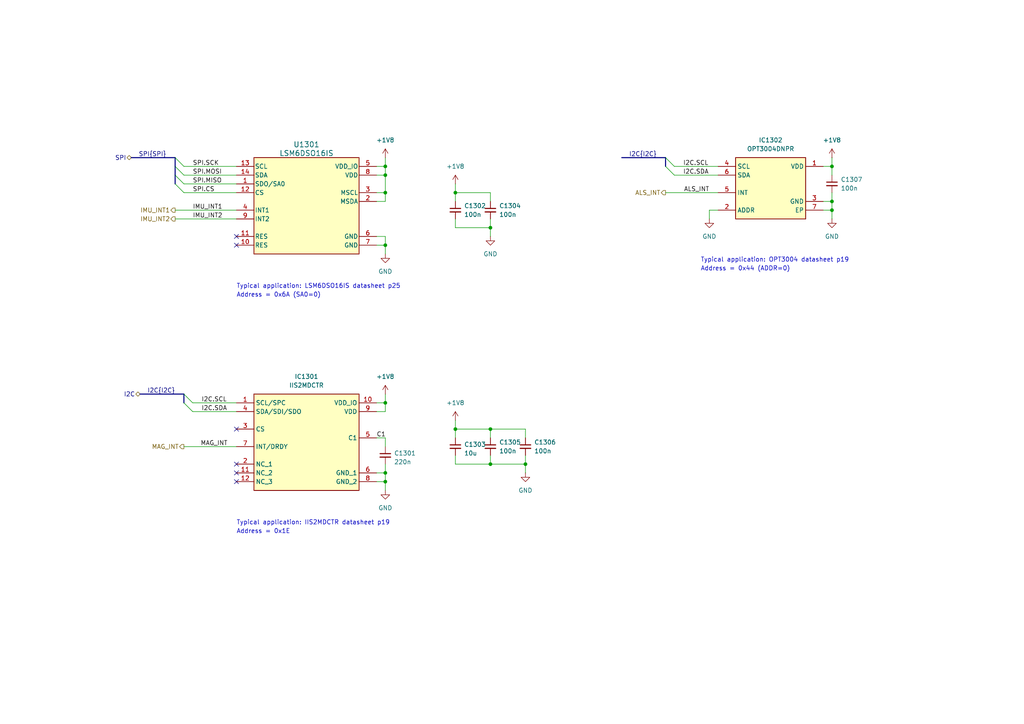
<source format=kicad_sch>
(kicad_sch (version 20231120) (generator "eeschema") (generator_version "8.0")
  (paper "A4")
  (title_block (title "Watch Sensors") (rev "2"))
  (lib_symbols
    (symbol "Device:C_Small" (pin_numbers hide) (pin_names (offset 0.254) hide)
      (property "Reference" "C" (at 0.254 1.778 0))
      (property "Value" "C_Small" (at 0.254 -2.032 0))
      (symbol "C_Small_0_1"
        (polyline (pts (xy -1.524 -0.508) (xy 1.524 -0.508)) (stroke (width 0.3302)))
        (polyline (pts (xy -1.524 0.508) (xy 1.524 0.508)) (stroke (width 0.3048)))
      )
      (symbol "C_Small_1_1"
        (pin passive line (at 0 2.54 270) (length 2.032) (name "~") (number "1"))
        (pin passive line (at 0 -2.54 90) (length 2.032) (name "~") (number "2"))
      )
    )
    (symbol "IIS2MDCTR:IIS2MDCTR"
      (property "Reference" "U" (at 0 17.78 0))
      (property "Value" "IIS2MDCTR" (at 0 15.24 0))
      (symbol "IIS2MDCTR_1_1"
        (rectangle (start -15.24 12.7) (end 15.24 -15.24) (stroke (width 0.254)) (fill (type background)))
        (pin passive line (at -20.32 10.16 0) (length 5.08) (name "SCL/SPC") (number "1"))
        (pin passive line (at 20.32 10.16 180) (length 5.08) (name "VDD_IO") (number "10"))
        (pin passive line (at -20.32 -10.16 0) (length 5.08) (name "NC_2") (number "11"))
        (pin passive line (at -20.32 -12.7 0) (length 5.08) (name "NC_3") (number "12"))
        (pin passive line (at -20.32 -7.62 0) (length 5.08) (name "NC_1") (number "2"))
        (pin passive line (at -20.32 2.54 0) (length 5.08) (name "CS") (number "3"))
        (pin passive line (at -20.32 7.62 0) (length 5.08) (name "SDA/SDI/SDO") (number "4"))
        (pin passive line (at 20.32 0 180) (length 5.08) (name "C1") (number "5"))
        (pin passive line (at 20.32 -10.16 180) (length 5.08) (name "GND_1") (number "6"))
        (pin passive line (at -20.32 -2.54 0) (length 5.08) (name "INT/DRDY") (number "7"))
        (pin passive line (at 20.32 -12.7 180) (length 5.08) (name "GND_2") (number "8"))
        (pin passive line (at 20.32 7.62 180) (length 5.08) (name "VDD") (number "9"))
      )
    )
    (symbol "LSM6DSO16IS:LSM6DSO16IS" (pin_names (offset 0.254))
      (property "Reference" "U" (at 22.86 10.16 0))
      (property "Value" "LSM6DSO16IS" (at 22.86 7.62 0))
      (symbol "LSM6DSO16IS_0_1"
        (pin unspecified line (at 2.54 -2.54 0) (length 5.08) (name "SDO/SA0") (number "1"))
        (pin unspecified line (at 2.54 -20.32 0) (length 5.08) (name "RES") (number "10"))
        (pin unspecified line (at 2.54 -17.78 0) (length 5.08) (name "RES") (number "11"))
        (pin unspecified line (at 2.54 -5.08 0) (length 5.08) (name "CS") (number "12"))
        (pin unspecified line (at 2.54 2.54 0) (length 5.08) (name "SCL") (number "13"))
        (pin unspecified line (at 2.54 0 0) (length 5.08) (name "SDA") (number "14"))
        (pin unspecified line (at 43.18 -7.62 180) (length 5.08) (name "MSDA") (number "2"))
        (pin unspecified line (at 43.18 -5.08 180) (length 5.08) (name "MSCL") (number "3"))
        (pin input line (at 2.54 -10.16 0) (length 5.08) (name "INT1") (number "4"))
        (pin power_in line (at 43.18 2.54 180) (length 5.08) (name "VDD_IO") (number "5"))
        (pin power_out line (at 43.18 -17.78 180) (length 5.08) (name "GND") (number "6"))
        (pin power_out line (at 43.18 -20.32 180) (length 5.08) (name "GND") (number "7"))
        (pin power_in line (at 43.18 0 180) (length 5.08) (name "VDD") (number "8"))
        (pin input line (at 2.54 -12.7 0) (length 5.08) (name "INT2") (number "9"))
      )
      (symbol "LSM6DSO16IS_1_1"
        (rectangle (start 7.62 5.08) (end 38.1 -22.86) (stroke (width 0.254)) (fill (type background)))
      )
    )
    (symbol "OPT3004DNPR:OPT3004DNPR"
      (property "Reference" "U" (at 0 12.7 0))
      (property "Value" "OPT3004DNPR" (at 0 10.16 0))
      (symbol "OPT3004DNPR_1_1"
        (rectangle (start -10.16 7.62) (end 10.16 -10.16) (stroke (width 0.254)) (fill (type background)))
        (pin passive line (at 15.24 5.08 180) (length 5.08) (name "VDD") (number "1"))
        (pin passive line (at -15.24 -7.62 0) (length 5.08) (name "ADDR") (number "2"))
        (pin passive line (at 15.24 -5.08 180) (length 5.08) (name "GND") (number "3"))
        (pin passive line (at -15.24 5.08 0) (length 5.08) (name "SCL") (number "4"))
        (pin passive line (at -15.24 -2.54 0) (length 5.08) (name "INT") (number "5"))
        (pin passive line (at -15.24 2.54 0) (length 5.08) (name "SDA") (number "6"))
        (pin passive line (at 15.24 -7.62 180) (length 5.08) (name "EP") (number "7"))
      )
    )
    (symbol "power:+1V8" (power) (pin_numbers hide) (pin_names (offset 0) hide)
      (property "Value" "+1V8" (at 0 3.556 0))
      (symbol "+1V8_0_1"
        (polyline (pts (xy -0.762 1.27) (xy 0 2.54)))
        (polyline (pts (xy 0 0) (xy 0 2.54)))
        (polyline (pts (xy 0 2.54) (xy 0.762 1.27)))
      )
      (symbol "+1V8_1_1"
        (pin power_in line (at 0 0 90) (length 0) (name "~") (number "1"))
      )
    )
    (symbol "power:GND" (power) (pin_numbers hide) (pin_names (offset 0) hide)
      (property "Value" "GND" (at 0 -3.81 0))
      (symbol "GND_0_1"
        (polyline (pts (xy 0 0) (xy 0 -1.27) (xy 1.27 -1.27) (xy 0 -2.54) (xy -1.27 -1.27) (xy 0 -1.27)))
      )
      (symbol "GND_1_1"
        (pin power_in line (at 0 0 270) (length 0) (name "~") (number "1"))
      )
    )
  )
  (junction (at 111.76 50.8))
  (junction (at 241.3 60.96))
  (junction (at 152.4 134.62))
  (junction (at 132.08 55.88))
  (junction (at 241.3 58.42))
  (junction (at 132.08 124.46))
  (junction (at 111.76 137.16))
  (junction (at 111.76 71.12))
  (junction (at 142.24 124.46))
  (junction (at 111.76 48.26))
  (junction (at 142.24 66.04))
  (junction (at 241.3 48.26))
  (junction (at 111.76 116.84))
  (junction (at 111.76 55.88))
  (junction (at 111.76 139.7))
  (junction (at 142.24 134.62))
  (no_connect (at 68.58 124.46))
  (no_connect (at 68.58 134.62))
  (no_connect (at 68.58 137.16))
  (no_connect (at 68.58 139.7))
  (no_connect (at 68.58 68.58))
  (no_connect (at 68.58 71.12))
  (bus_entry (at 193.04 45.72) (size 2.54 2.54))
  (bus_entry (at 50.8 45.72) (size 2.54 2.54))
  (bus_entry (at 50.8 50.8) (size 2.54 2.54))
  (bus_entry (at 53.34 116.84) (size 2.54 2.54))
  (bus_entry (at 50.8 48.26) (size 2.54 2.54))
  (bus_entry (at 50.8 53.34) (size 2.54 2.54))
  (bus_entry (at 193.04 48.26) (size 2.54 2.54))
  (bus_entry (at 53.34 114.3) (size 2.54 2.54))
  (bus (pts (xy 193.04 45.72) (xy 193.04 48.26)))
  (wire (pts (xy 193.04 55.88) (xy 208.28 55.88)))
  (wire (pts (xy 111.76 129.54) (xy 111.76 127)))
  (wire (pts (xy 132.08 58.42) (xy 132.08 55.88)))
  (wire (pts (xy 111.76 48.26) (xy 111.76 50.8)))
  (wire (pts (xy 111.76 73.66) (xy 111.76 71.12)))
  (wire (pts (xy 238.76 48.26) (xy 241.3 48.26)))
  (wire (pts (xy 241.3 55.88) (xy 241.3 58.42)))
  (wire (pts (xy 111.76 119.38) (xy 109.22 119.38)))
  (wire (pts (xy 111.76 68.58) (xy 109.22 68.58)))
  (wire (pts (xy 241.3 58.42) (xy 241.3 60.96)))
  (wire (pts (xy 142.24 127) (xy 142.24 124.46)))
  (wire (pts (xy 111.76 71.12) (xy 111.76 68.58)))
  (wire (pts (xy 111.76 116.84) (xy 111.76 119.38)))
  (wire (pts (xy 132.08 53.34) (xy 132.08 55.88)))
  (wire (pts (xy 142.24 124.46) (xy 152.4 124.46)))
  (wire (pts (xy 111.76 137.16) (xy 109.22 137.16)))
  (wire (pts (xy 152.4 132.08) (xy 152.4 134.62)))
  (wire (pts (xy 132.08 127) (xy 132.08 124.46)))
  (wire (pts (xy 195.58 48.26) (xy 208.28 48.26)))
  (wire (pts (xy 241.3 48.26) (xy 241.3 50.8)))
  (bus (pts (xy 50.8 45.72) (xy 50.8 48.26)))
  (wire (pts (xy 111.76 55.88) (xy 109.22 55.88)))
  (bus (pts (xy 53.34 114.3) (xy 53.34 116.84)))
  (bus (pts (xy 38.1 45.72) (xy 50.8 45.72)))
  (wire (pts (xy 50.8 63.5) (xy 68.58 63.5)))
  (wire (pts (xy 53.34 53.34) (xy 68.58 53.34)))
  (wire (pts (xy 111.76 50.8) (xy 111.76 55.88)))
  (wire (pts (xy 109.22 48.26) (xy 111.76 48.26)))
  (wire (pts (xy 53.34 129.54) (xy 68.58 129.54)))
  (wire (pts (xy 111.76 55.88) (xy 111.76 58.42)))
  (wire (pts (xy 111.76 114.3) (xy 111.76 116.84)))
  (wire (pts (xy 142.24 132.08) (xy 142.24 134.62)))
  (wire (pts (xy 142.24 66.04) (xy 132.08 66.04)))
  (wire (pts (xy 205.74 63.5) (xy 205.74 60.96)))
  (wire (pts (xy 142.24 68.58) (xy 142.24 66.04)))
  (wire (pts (xy 55.88 116.84) (xy 68.58 116.84)))
  (wire (pts (xy 50.8 60.96) (xy 68.58 60.96)))
  (bus (pts (xy 40.64 114.3) (xy 53.34 114.3)))
  (wire (pts (xy 142.24 55.88) (xy 132.08 55.88)))
  (bus (pts (xy 50.8 50.8) (xy 50.8 53.34)))
  (wire (pts (xy 111.76 45.72) (xy 111.76 48.26)))
  (wire (pts (xy 53.34 50.8) (xy 68.58 50.8)))
  (wire (pts (xy 142.24 134.62) (xy 132.08 134.62)))
  (wire (pts (xy 111.76 134.62) (xy 111.76 137.16)))
  (wire (pts (xy 111.76 58.42) (xy 109.22 58.42)))
  (wire (pts (xy 111.76 139.7) (xy 111.76 137.16)))
  (wire (pts (xy 238.76 58.42) (xy 241.3 58.42)))
  (wire (pts (xy 238.76 60.96) (xy 241.3 60.96)))
  (wire (pts (xy 111.76 50.8) (xy 109.22 50.8)))
  (wire (pts (xy 142.24 63.5) (xy 142.24 66.04)))
  (wire (pts (xy 55.88 119.38) (xy 68.58 119.38)))
  (wire (pts (xy 152.4 137.16) (xy 152.4 134.62)))
  (wire (pts (xy 109.22 116.84) (xy 111.76 116.84)))
  (wire (pts (xy 195.58 50.8) (xy 208.28 50.8)))
  (bus (pts (xy 180.34 45.72) (xy 193.04 45.72)))
  (wire (pts (xy 111.76 127) (xy 109.22 127)))
  (wire (pts (xy 53.34 55.88) (xy 68.58 55.88)))
  (bus (pts (xy 50.8 48.26) (xy 50.8 50.8)))
  (wire (pts (xy 142.24 124.46) (xy 132.08 124.46)))
  (wire (pts (xy 142.24 58.42) (xy 142.24 55.88)))
  (wire (pts (xy 111.76 142.24) (xy 111.76 139.7)))
  (wire (pts (xy 241.3 48.26) (xy 241.3 45.72)))
  (wire (pts (xy 132.08 66.04) (xy 132.08 63.5)))
  (wire (pts (xy 152.4 134.62) (xy 142.24 134.62)))
  (wire (pts (xy 109.22 139.7) (xy 111.76 139.7)))
  (wire (pts (xy 132.08 121.92) (xy 132.08 124.46)))
  (wire (pts (xy 132.08 134.62) (xy 132.08 132.08)))
  (wire (pts (xy 205.74 60.96) (xy 208.28 60.96)))
  (wire (pts (xy 241.3 63.5) (xy 241.3 60.96)))
  (wire (pts (xy 152.4 127) (xy 152.4 124.46)))
  (wire (pts (xy 109.22 71.12) (xy 111.76 71.12)))
  (wire (pts (xy 53.34 48.26) (xy 68.58 48.26)))
  (text "Address = 0x1E" (at 68.58 154.94 0) (effects (font (size 1.27 1.27)) (justify left bottom)))
  (text "Address = 0x6A (SA0=0)" (at 68.58 86.36 0) (effects (font (size 1.27 1.27)) (justify left bottom)))
  (text "Address = 0x44 (ADDR=0)" (at 203.2 78.74 0) (effects (font (size 1.27 1.27)) (justify left bottom)))
  (text "Typical application: LSM6DSO16IS datasheet p25" (at 68.58 83.82 0) (effects (font (size 1.27 1.27)) (justify left bottom)))
  (text "Typical application: IIS2MDCTR datasheet p19" (at 68.58 152.4 0) (effects (font (size 1.27 1.27)) (justify left bottom)))
  (text "Typical application: OPT3004 datasheet p19" (at 203.2 76.2 0) (effects (font (size 1.27 1.27)) (justify left bottom)))
  (label "SPI.SCK" (at 55.88 48.26 0))
  (label "SPI.CS" (at 55.88 55.88 0))
  (label "IMU_INT2" (at 55.88 63.5 0))
  (label "ALS_INT" (at 205.74 55.88 180))
  (label "I2C{I2C}" (at 190.5 45.72 180))
  (label "I2C.SCL" (at 198.12 48.26 0))
  (label "I2C{I2C}" (at 50.8 114.3 180))
  (label "I2C.SDA" (at 58.42 119.38 0))
  (label "SPI.MISO" (at 55.88 53.34 0))
  (label "I2C.SCL" (at 58.42 116.84 0))
  (label "SPI.MOSI" (at 55.88 50.8 0))
  (label "IMU_INT1" (at 55.88 60.96 0))
  (label "I2C.SDA" (at 198.12 50.8 0))
  (label "SPI{SPI}" (at 48.26 45.72 180))
  (label "C1" (at 109.22 127 0))
  (label "MAG_INT" (at 66.04 129.54 180))
  (hierarchical_label "IMU_INT1" (shape output) (at 50.8 60.96 180))
  (hierarchical_label "SPI" (shape bidirectional) (at 38.1 45.72 180) (property "DSI" "DSI" (effects (hide yes))))
  (hierarchical_label "MAG_INT" (shape output) (at 53.34 129.54 180))
  (hierarchical_label "ALS_INT" (shape output) (at 193.04 55.88 180))
  (hierarchical_label "I2C" (shape bidirectional) (at 40.64 114.3 180) (property "DSI" "DSI" (effects (hide yes))))
  (hierarchical_label "IMU_INT2" (shape output) (at 50.8 63.5 180))
  (symbol (lib_id "power:GND") (at 205.74 63.5 0) (unit 1)
    (property "Reference" "#PWR01309" (effects (hide yes)))
    (property "Value" "GND" (at 205.74 68.58 0))
    (property "Description" "Power symbol creates a global label with name \"GND\" , ground" (effects (hide yes)))
  )
  (symbol (lib_id "Device:C_Small") (at 142.24 60.96 0) (unit 1)
    (property "Reference" "C1304" (at 144.78 59.6963 0) (effects (justify left)))
    (property "Value" "100n" (at 144.78 62.2363 0) (effects (justify left)))
    (property "Footprint" "Capacitor_SMD:C_0402_1005Metric" (effects (hide yes)))
    (property "Description" "Unpolarized capacitor, small symbol" (effects (hide yes)))
  )
  (symbol (lib_id "Device:C_Small") (at 152.4 129.54 0) (unit 1)
    (property "Reference" "C1306" (at 154.94 128.2763 0) (effects (justify left)))
    (property "Value" "100n" (at 154.94 130.8163 0) (effects (justify left)))
    (property "Footprint" "Capacitor_SMD:C_0402_1005Metric" (effects (hide yes)))
    (property "Description" "Unpolarized capacitor, small symbol" (effects (hide yes)))
  )
  (symbol (lib_id "Device:C_Small") (at 111.76 132.08 0) (unit 1)
    (property "Reference" "C1301" (at 114.3 131.4513 0) (effects (justify left)))
    (property "Value" "220n" (at 114.3 133.9913 0) (effects (justify left)))
    (property "Footprint" "Capacitor_SMD:C_0402_1005Metric" (effects (hide yes)))
    (property "Description" "Unpolarized capacitor, small symbol" (effects (hide yes)))
  )
  (symbol (lib_id "power:+1V8") (at 132.08 53.34 0) (unit 1)
    (property "Reference" "#PWR01305" (effects (hide yes)))
    (property "Value" "+1V8" (at 132.08 48.26 0))
    (property "Description" "Power symbol creates a global label with name \"+1V8\"" (effects (hide yes)))
  )
  (symbol (lib_id "power:GND") (at 241.3 63.5 0) (unit 1)
    (property "Reference" "#PWR01311" (effects (hide yes)))
    (property "Value" "GND" (at 241.3 68.58 0))
    (property "Description" "Power symbol creates a global label with name \"GND\" , ground" (effects (hide yes)))
  )
  (symbol (lib_id "power:+1V8") (at 132.08 121.92 0) (unit 1)
    (property "Reference" "#PWR01306" (effects (hide yes)))
    (property "Value" "+1V8" (at 132.08 116.84 0))
    (property "Description" "Power symbol creates a global label with name \"+1V8\"" (effects (hide yes)))
  )
  (symbol (lib_id "Device:C_Small") (at 132.08 60.96 0) (unit 1)
    (property "Reference" "C1302" (at 134.62 59.6963 0) (effects (justify left)))
    (property "Value" "100n" (at 134.62 62.2363 0) (effects (justify left)))
    (property "Footprint" "Capacitor_SMD:C_0402_1005Metric" (effects (hide yes)))
    (property "Description" "Unpolarized capacitor, small symbol" (effects (hide yes)))
  )
  (symbol (lib_id "Device:C_Small") (at 241.3 53.34 0) (unit 1)
    (property "Reference" "C1307" (at 243.84 52.0763 0) (effects (justify left)))
    (property "Value" "100n" (at 243.84 54.6163 0) (effects (justify left)))
    (property "Footprint" "Capacitor_SMD:C_0402_1005Metric" (effects (hide yes)))
    (property "Description" "Unpolarized capacitor, small symbol" (effects (hide yes)))
  )
  (symbol (lib_id "power:GND") (at 111.76 142.24 0) (unit 1)
    (property "Reference" "#PWR01304" (effects (hide yes)))
    (property "Value" "GND" (at 111.76 147.32 0))
    (property "Description" "Power symbol creates a global label with name \"GND\" , ground" (effects (hide yes)))
  )
  (symbol (lib_id "power:+1V8") (at 241.3 45.72 0) (unit 1)
    (property "Reference" "#PWR01310" (effects (hide yes)))
    (property "Value" "+1V8" (at 241.3 40.64 0))
    (property "Description" "Power symbol creates a global label with name \"+1V8\"" (effects (hide yes)))
  )
  (symbol (lib_id "power:GND") (at 152.4 137.16 0) (unit 1)
    (property "Reference" "#PWR01308" (effects (hide yes)))
    (property "Value" "GND" (at 152.4 142.24 0))
    (property "Description" "Power symbol creates a global label with name \"GND\" , ground" (effects (hide yes)))
  )
  (symbol (lib_id "power:+1V8") (at 111.76 45.72 0) (unit 1)
    (property "Reference" "#PWR01301" (effects (hide yes)))
    (property "Value" "+1V8" (at 111.76 40.64 0))
    (property "Description" "Power symbol creates a global label with name \"+1V8\"" (effects (hide yes)))
  )
  (symbol (lib_id "OPT3004DNPR:OPT3004DNPR") (at 223.52 53.34 0) (unit 1)
    (property "Reference" "IC1302" (at 223.52 40.64 0))
    (property "Value" "OPT3004DNPR" (at 223.52 43.18 0))
    (property "Footprint" "SON65P200X200X65-7N-D" (effects (hide yes)))
    (property "Datasheet" "http://www.ti.com/lit/ds/symlink/opt3004.pdf" (effects (hide yes)))
    (property "Description" "Digital ambient light sensor (ALS) with increased angular IR rejection" (effects (hide yes)))
    (property "Height" "0.65" (effects (hide yes)))
    (property "Mouser Part Number" "595-OPT3004DNPR" (effects (hide yes)))
    (property "Mouser Price/Stock" "https://www.mouser.co.uk/ProductDetail/Texas-Instruments/OPT3004DNPR?qs=l7cgNqFNU1jkBuP1vZFGkA%3D%3D" (effects (hide yes)))
    (property "Manufacturer_Name" "Texas Instruments" (effects (hide yes)))
    (property "Manufacturer_Part_Number" "OPT3004DNPR" (effects (hide yes)))
  )
  (symbol (lib_id "power:GND") (at 111.76 73.66 0) (unit 1)
    (property "Reference" "#PWR01302" (effects (hide yes)))
    (property "Value" "GND" (at 111.76 78.74 0))
    (property "Description" "Power symbol creates a global label with name \"GND\" , ground" (effects (hide yes)))
  )
  (symbol (lib_id "power:GND") (at 142.24 68.58 0) (unit 1)
    (property "Reference" "#PWR01307" (effects (hide yes)))
    (property "Value" "GND" (at 142.24 73.66 0))
    (property "Description" "Power symbol creates a global label with name \"GND\" , ground" (effects (hide yes)))
  )
  (symbol (lib_id "LSM6DSO16IS:LSM6DSO16IS") (at 66.04 50.8 0) (unit 1)
    (property "Reference" "U1301" (at 88.9 41.91 0) (effects (font (size 1.524 1.524))))
    (property "Value" "LSM6DSO16IS" (at 88.9 44.45 0) (effects (font (size 1.524 1.524))))
    (property "Footprint" "LGA14_LSM6_STM" (effects (hide yes)))
    (property "Datasheet" "https://www.mouser.co.uk/datasheet/2/389/lsm6dso16is-3000171.pdf" (effects (hide yes)))
  )
  (symbol (lib_id "IIS2MDCTR:IIS2MDCTR") (at 88.9 127 0) (unit 1)
    (property "Reference" "IC1301" (at 88.9 109.22 0))
    (property "Value" "IIS2MDCTR" (at 88.9 111.76 0))
    (property "Footprint" "watch_footprints:IIS2MDCTR" (effects (hide yes)))
    (property "Datasheet" "https://www.st.com/resource/en/datasheet/iis2mdc.pdf" (effects (hide yes)))
    (property "Description" "STMICROELECTRONICS - IIS2MDCTR - MEMS MODULE, 3-AXIS MAGNETOMETER, LGA-12" (effects (hide yes)))
    (property "Height" "0.7" (effects (hide yes)))
    (property "Mouser Part Number" "511-IIS2MDCTR" (effects (hide yes)))
    (property "Mouser Price/Stock" "https://www.mouser.co.uk/ProductDetail/STMicroelectronics/IIS2MDCTR?qs=1mbolxNpo8ems1K%2FRdQzXg%3D%3D" (effects (hide yes)))
    (property "Manufacturer_Name" "STMicroelectronics" (effects (hide yes)))
    (property "Manufacturer_Part_Number" "IIS2MDCTR" (effects (hide yes)))
  )
  (symbol (lib_id "Device:C_Small") (at 142.24 129.54 0) (unit 1)
    (property "Reference" "C1305" (at 144.78 128.2763 0) (effects (justify left)))
    (property "Value" "100n" (at 144.78 130.8163 0) (effects (justify left)))
    (property "Footprint" "Capacitor_SMD:C_0402_1005Metric" (effects (hide yes)))
    (property "Description" "Unpolarized capacitor, small symbol" (effects (hide yes)))
  )
  (symbol (lib_id "power:+1V8") (at 111.76 114.3 0) (unit 1)
    (property "Reference" "#PWR01303" (effects (hide yes)))
    (property "Value" "+1V8" (at 111.76 109.22 0))
    (property "Description" "Power symbol creates a global label with name \"+1V8\"" (effects (hide yes)))
  )
  (symbol (lib_id "Device:C_Small") (at 132.08 129.54 0) (unit 1)
    (property "Reference" "C1303" (at 134.62 128.9113 0) (effects (justify left)))
    (property "Value" "10u" (at 134.62 131.4513 0) (effects (justify left)))
    (property "Footprint" "Capacitor_SMD:C_0402_1005Metric" (effects (hide yes)))
    (property "Description" "Unpolarized capacitor, small symbol" (effects (hide yes)))
  )
)
</source>
